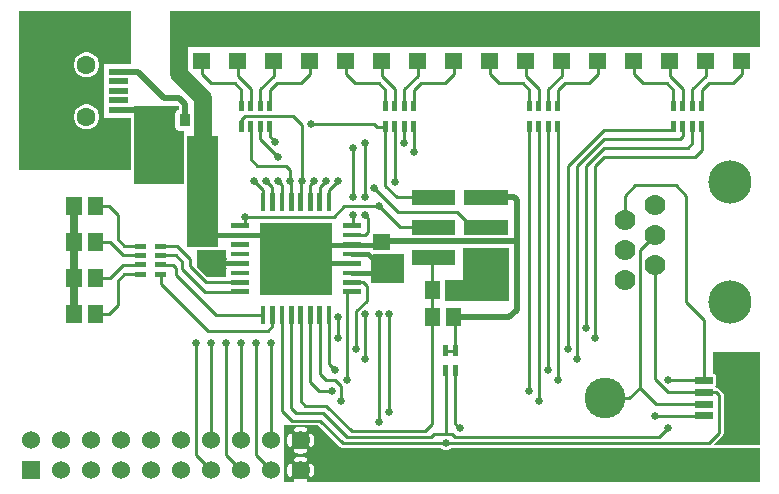
<source format=gbr>
G04 start of page 2 for group 0 idx 0 *
G04 Title: (unknown), top *
G04 Creator: pcb 20140316 *
G04 CreationDate: Thu 05 Mar 2020 03:13:11 AM GMT UTC *
G04 For: railfan *
G04 Format: Gerber/RS-274X *
G04 PCB-Dimensions (mil): 2500.00 1600.00 *
G04 PCB-Coordinate-Origin: lower left *
%MOIN*%
%FSLAX25Y25*%
%LNTOP*%
%ADD37C,0.0960*%
%ADD36C,0.1280*%
%ADD35C,0.0300*%
%ADD34C,0.0433*%
%ADD33C,0.0380*%
%ADD32C,0.0120*%
%ADD31C,0.0260*%
%ADD30R,0.0500X0.0500*%
%ADD29R,0.0472X0.0472*%
%ADD28R,0.0236X0.0236*%
%ADD27R,0.0167X0.0167*%
%ADD26R,0.0157X0.0157*%
%ADD25R,0.0630X0.0630*%
%ADD24R,0.0177X0.0177*%
%ADD23R,0.0197X0.0197*%
%ADD22R,0.0340X0.0340*%
%ADD21R,0.0512X0.0512*%
%ADD20C,0.1360*%
%ADD19C,0.1440*%
%ADD18C,0.0700*%
%ADD17C,0.0633*%
%ADD16C,0.0150*%
%ADD15C,0.0250*%
%ADD14C,0.0600*%
%ADD13C,0.0200*%
%ADD12C,0.0100*%
%ADD11C,0.0001*%
G54D11*G36*
X119675Y77500D02*X130000D01*
Y68000D01*
X119000D01*
Y76192D01*
X119166Y76334D01*
X119345Y76543D01*
X119489Y76778D01*
X119595Y77033D01*
X119659Y77300D01*
X119675Y77500D01*
G37*
G36*
X248500Y45000D02*Y14000D01*
X233121D01*
X236019Y16898D01*
X236064Y16936D01*
X236217Y17115D01*
X236217Y17116D01*
X236341Y17317D01*
X236431Y17535D01*
X236486Y17765D01*
X236505Y18000D01*
X236500Y18059D01*
Y30441D01*
X236505Y30500D01*
X236486Y30735D01*
X236486Y30735D01*
X236431Y30965D01*
X236341Y31183D01*
X236217Y31384D01*
X236064Y31564D01*
X236019Y31602D01*
X235134Y32488D01*
X235095Y32532D01*
X234916Y32686D01*
X234715Y32809D01*
X234496Y32899D01*
X234267Y32955D01*
X234032Y32973D01*
X234000Y32971D01*
X233945Y33105D01*
X233863Y33239D01*
X233760Y33359D01*
X233669Y33437D01*
X233760Y33515D01*
X233863Y33635D01*
X233945Y33769D01*
X234005Y33915D01*
X234042Y34068D01*
X234051Y34225D01*
X234042Y36743D01*
X234005Y36896D01*
X233945Y37042D01*
X233863Y37176D01*
X233760Y37296D01*
X233641Y37398D01*
X233506Y37480D01*
X233361Y37541D01*
X233208Y37577D01*
X233051Y37587D01*
X233000Y37586D01*
Y45000D01*
X248500D01*
G37*
G36*
X165000Y62000D02*X143500D01*
Y69000D01*
X165000D01*
Y62000D01*
G37*
G36*
X1500Y158500D02*X39000D01*
Y141000D01*
X28267D01*
X28249Y141315D01*
X28096Y141953D01*
X27845Y142558D01*
X27502Y143117D01*
X27076Y143616D01*
X26578Y144042D01*
X26019Y144384D01*
X25413Y144635D01*
X24776Y144788D01*
X24122Y144840D01*
X23468Y144788D01*
X22831Y144635D01*
X22225Y144384D01*
X21666Y144042D01*
X21168Y143616D01*
X20742Y143117D01*
X20399Y142558D01*
X20148Y141953D01*
X19995Y141315D01*
X19970Y141000D01*
X1500D01*
Y158500D01*
G37*
G36*
Y105500D02*Y123000D01*
X19970D01*
X19995Y122685D01*
X20148Y122047D01*
X20399Y121442D01*
X20742Y120883D01*
X21168Y120384D01*
X21666Y119958D01*
X22225Y119616D01*
X22831Y119365D01*
X23468Y119212D01*
X24122Y119160D01*
X24776Y119212D01*
X25413Y119365D01*
X26019Y119616D01*
X26578Y119958D01*
X27076Y120384D01*
X27502Y120883D01*
X27845Y121442D01*
X28096Y122047D01*
X28249Y122685D01*
X28267Y123000D01*
X39000D01*
Y105500D01*
X1500D01*
G37*
G36*
X24116Y158500D02*X30000D01*
Y105500D01*
X24116D01*
Y119161D01*
X24122Y119160D01*
X24776Y119212D01*
X25413Y119365D01*
X26019Y119616D01*
X26578Y119958D01*
X27076Y120384D01*
X27502Y120883D01*
X27845Y121442D01*
X28096Y122047D01*
X28249Y122685D01*
X28287Y123339D01*
X28249Y123992D01*
X28096Y124630D01*
X27845Y125235D01*
X27502Y125794D01*
X27076Y126293D01*
X26578Y126719D01*
X26019Y127061D01*
X25413Y127312D01*
X24776Y127465D01*
X24122Y127517D01*
X24116Y127516D01*
Y136484D01*
X24122Y136483D01*
X24776Y136535D01*
X25413Y136688D01*
X26019Y136939D01*
X26578Y137281D01*
X27076Y137707D01*
X27502Y138206D01*
X27845Y138765D01*
X28096Y139370D01*
X28249Y140008D01*
X28287Y140661D01*
X28249Y141315D01*
X28096Y141953D01*
X27845Y142558D01*
X27502Y143117D01*
X27076Y143616D01*
X26578Y144042D01*
X26019Y144384D01*
X25413Y144635D01*
X24776Y144788D01*
X24122Y144840D01*
X24116Y144839D01*
Y158500D01*
G37*
G36*
X1500D02*X24116D01*
Y144839D01*
X23468Y144788D01*
X22831Y144635D01*
X22225Y144384D01*
X21666Y144042D01*
X21168Y143616D01*
X20742Y143117D01*
X20399Y142558D01*
X20148Y141953D01*
X19995Y141315D01*
X19944Y140661D01*
X19995Y140008D01*
X20148Y139370D01*
X20399Y138765D01*
X20742Y138206D01*
X21168Y137707D01*
X21666Y137281D01*
X22225Y136939D01*
X22831Y136688D01*
X23468Y136535D01*
X24116Y136484D01*
Y127516D01*
X23468Y127465D01*
X22831Y127312D01*
X22225Y127061D01*
X21666Y126719D01*
X21168Y126293D01*
X20742Y125794D01*
X20399Y125235D01*
X20148Y124630D01*
X19995Y123992D01*
X19944Y123339D01*
X19995Y122685D01*
X20148Y122047D01*
X20399Y121442D01*
X20742Y120883D01*
X21168Y120384D01*
X21666Y119958D01*
X22225Y119616D01*
X22831Y119365D01*
X23468Y119212D01*
X24116Y119161D01*
Y105500D01*
X1500D01*
Y158500D01*
G37*
G36*
X52000D02*X248500D01*
Y146500D01*
X52000D01*
Y158500D01*
G37*
G36*
X149500Y79500D02*X165000D01*
Y62000D01*
X149500D01*
Y79500D01*
G37*
G36*
X99113Y20500D02*X101379D01*
X108398Y13481D01*
X108436Y13436D01*
X108615Y13283D01*
X108616Y13283D01*
X108817Y13159D01*
X109035Y13069D01*
X109265Y13014D01*
X109500Y12995D01*
X109559Y13000D01*
X113500D01*
Y1500D01*
X99113D01*
Y3353D01*
X99156Y3360D01*
X99268Y3397D01*
X99373Y3452D01*
X99468Y3522D01*
X99551Y3606D01*
X99619Y3702D01*
X99670Y3808D01*
X99818Y4216D01*
X99922Y4637D01*
X99984Y5067D01*
X100005Y5500D01*
X99984Y5933D01*
X99922Y6363D01*
X99818Y6784D01*
X99675Y7194D01*
X99622Y7300D01*
X99553Y7396D01*
X99470Y7481D01*
X99375Y7551D01*
X99269Y7606D01*
X99157Y7643D01*
X99113Y7651D01*
Y13353D01*
X99156Y13360D01*
X99268Y13397D01*
X99373Y13452D01*
X99468Y13522D01*
X99551Y13606D01*
X99619Y13702D01*
X99670Y13808D01*
X99818Y14216D01*
X99922Y14637D01*
X99984Y15067D01*
X100005Y15500D01*
X99984Y15933D01*
X99922Y16363D01*
X99818Y16784D01*
X99675Y17194D01*
X99622Y17300D01*
X99553Y17396D01*
X99470Y17481D01*
X99375Y17551D01*
X99269Y17606D01*
X99157Y17643D01*
X99113Y17651D01*
Y20500D01*
G37*
G36*
X95498D02*X99113D01*
Y17651D01*
X99040Y17663D01*
X98921Y17664D01*
X98804Y17646D01*
X98691Y17610D01*
X98585Y17557D01*
X98488Y17488D01*
X98404Y17405D01*
X98333Y17309D01*
X98279Y17204D01*
X98241Y17092D01*
X98222Y16975D01*
X98221Y16856D01*
X98239Y16739D01*
X98277Y16626D01*
X98376Y16355D01*
X98444Y16075D01*
X98486Y15789D01*
X98500Y15500D01*
X98486Y15211D01*
X98444Y14925D01*
X98376Y14645D01*
X98280Y14372D01*
X98242Y14261D01*
X98225Y14144D01*
X98225Y14026D01*
X98245Y13909D01*
X98282Y13797D01*
X98336Y13693D01*
X98406Y13598D01*
X98491Y13515D01*
X98587Y13446D01*
X98692Y13393D01*
X98805Y13357D01*
X98921Y13340D01*
X99039Y13341D01*
X99113Y13353D01*
Y7651D01*
X99040Y7663D01*
X98921Y7664D01*
X98804Y7646D01*
X98691Y7610D01*
X98585Y7557D01*
X98488Y7488D01*
X98404Y7405D01*
X98333Y7309D01*
X98279Y7204D01*
X98241Y7092D01*
X98222Y6975D01*
X98221Y6856D01*
X98239Y6739D01*
X98277Y6626D01*
X98376Y6355D01*
X98444Y6075D01*
X98486Y5789D01*
X98500Y5500D01*
X98486Y5211D01*
X98444Y4925D01*
X98376Y4645D01*
X98280Y4372D01*
X98242Y4261D01*
X98225Y4144D01*
X98225Y4026D01*
X98245Y3909D01*
X98282Y3797D01*
X98336Y3693D01*
X98406Y3598D01*
X98491Y3515D01*
X98587Y3446D01*
X98692Y3393D01*
X98805Y3357D01*
X98921Y3340D01*
X99039Y3341D01*
X99113Y3353D01*
Y1500D01*
X97450D01*
X97481Y1530D01*
X97551Y1625D01*
X97606Y1731D01*
X97643Y1843D01*
X97663Y1960D01*
X97664Y2079D01*
X97646Y2196D01*
X97610Y2309D01*
X97557Y2415D01*
X97488Y2512D01*
X97405Y2596D01*
X97309Y2667D01*
X97204Y2721D01*
X97092Y2759D01*
X96975Y2778D01*
X96856Y2779D01*
X96739Y2761D01*
X96626Y2723D01*
X96355Y2624D01*
X96075Y2556D01*
X95789Y2514D01*
X95500Y2500D01*
X95498Y2500D01*
Y8500D01*
X95500Y8500D01*
X95789Y8486D01*
X96075Y8444D01*
X96355Y8376D01*
X96628Y8280D01*
X96739Y8242D01*
X96856Y8225D01*
X96974Y8225D01*
X97091Y8245D01*
X97203Y8282D01*
X97307Y8336D01*
X97402Y8406D01*
X97485Y8491D01*
X97554Y8587D01*
X97607Y8692D01*
X97643Y8805D01*
X97660Y8921D01*
X97659Y9039D01*
X97640Y9156D01*
X97603Y9268D01*
X97548Y9373D01*
X97478Y9468D01*
X97394Y9551D01*
X97298Y9619D01*
X97192Y9670D01*
X96784Y9818D01*
X96363Y9922D01*
X95933Y9984D01*
X95500Y10005D01*
X95498Y10005D01*
Y10995D01*
X95500Y10995D01*
X95933Y11016D01*
X96363Y11078D01*
X96784Y11182D01*
X97194Y11325D01*
X97300Y11378D01*
X97396Y11447D01*
X97481Y11530D01*
X97551Y11625D01*
X97606Y11731D01*
X97643Y11843D01*
X97663Y11960D01*
X97664Y12079D01*
X97646Y12196D01*
X97610Y12309D01*
X97557Y12415D01*
X97488Y12512D01*
X97405Y12596D01*
X97309Y12667D01*
X97204Y12721D01*
X97092Y12759D01*
X96975Y12778D01*
X96856Y12779D01*
X96739Y12761D01*
X96626Y12723D01*
X96355Y12624D01*
X96075Y12556D01*
X95789Y12514D01*
X95500Y12500D01*
X95498Y12500D01*
Y18500D01*
X95500Y18500D01*
X95789Y18486D01*
X96075Y18444D01*
X96355Y18376D01*
X96628Y18280D01*
X96739Y18242D01*
X96856Y18225D01*
X96974Y18225D01*
X97091Y18245D01*
X97203Y18282D01*
X97307Y18336D01*
X97402Y18406D01*
X97485Y18491D01*
X97554Y18587D01*
X97607Y18692D01*
X97643Y18805D01*
X97660Y18921D01*
X97659Y19039D01*
X97640Y19156D01*
X97603Y19268D01*
X97548Y19373D01*
X97478Y19468D01*
X97394Y19551D01*
X97298Y19619D01*
X97192Y19670D01*
X96784Y19818D01*
X96363Y19922D01*
X95933Y19984D01*
X95500Y20005D01*
X95498Y20005D01*
Y20500D01*
G37*
G36*
X91887D02*X92441D01*
X92500Y20495D01*
X92559Y20500D01*
X95498D01*
Y20005D01*
X95067Y19984D01*
X94637Y19922D01*
X94216Y19818D01*
X93806Y19675D01*
X93700Y19622D01*
X93604Y19553D01*
X93519Y19470D01*
X93449Y19375D01*
X93394Y19269D01*
X93357Y19157D01*
X93337Y19040D01*
X93336Y18921D01*
X93354Y18804D01*
X93390Y18691D01*
X93443Y18585D01*
X93512Y18488D01*
X93595Y18404D01*
X93691Y18333D01*
X93796Y18279D01*
X93908Y18241D01*
X94025Y18222D01*
X94144Y18221D01*
X94261Y18239D01*
X94374Y18277D01*
X94645Y18376D01*
X94925Y18444D01*
X95211Y18486D01*
X95498Y18500D01*
Y12500D01*
X95211Y12514D01*
X94925Y12556D01*
X94645Y12624D01*
X94372Y12720D01*
X94261Y12758D01*
X94144Y12775D01*
X94026Y12775D01*
X93909Y12755D01*
X93797Y12718D01*
X93693Y12664D01*
X93598Y12594D01*
X93515Y12509D01*
X93446Y12413D01*
X93393Y12308D01*
X93357Y12195D01*
X93340Y12079D01*
X93341Y11961D01*
X93360Y11844D01*
X93397Y11732D01*
X93452Y11627D01*
X93522Y11532D01*
X93606Y11449D01*
X93702Y11381D01*
X93808Y11330D01*
X94216Y11182D01*
X94637Y11078D01*
X95067Y11016D01*
X95498Y10995D01*
Y10005D01*
X95067Y9984D01*
X94637Y9922D01*
X94216Y9818D01*
X93806Y9675D01*
X93700Y9622D01*
X93604Y9553D01*
X93519Y9470D01*
X93449Y9375D01*
X93394Y9269D01*
X93357Y9157D01*
X93337Y9040D01*
X93336Y8921D01*
X93354Y8804D01*
X93390Y8691D01*
X93443Y8585D01*
X93512Y8488D01*
X93595Y8404D01*
X93691Y8333D01*
X93796Y8279D01*
X93908Y8241D01*
X94025Y8222D01*
X94144Y8221D01*
X94261Y8239D01*
X94374Y8277D01*
X94645Y8376D01*
X94925Y8444D01*
X95211Y8486D01*
X95498Y8500D01*
Y2500D01*
X95211Y2514D01*
X94925Y2556D01*
X94645Y2624D01*
X94372Y2720D01*
X94261Y2758D01*
X94144Y2775D01*
X94026Y2775D01*
X93909Y2755D01*
X93797Y2718D01*
X93693Y2664D01*
X93598Y2594D01*
X93515Y2509D01*
X93446Y2413D01*
X93393Y2308D01*
X93357Y2195D01*
X93340Y2079D01*
X93341Y1961D01*
X93360Y1844D01*
X93397Y1732D01*
X93452Y1627D01*
X93522Y1532D01*
X93555Y1500D01*
X91887D01*
Y3349D01*
X91960Y3337D01*
X92079Y3336D01*
X92196Y3354D01*
X92309Y3390D01*
X92415Y3443D01*
X92512Y3512D01*
X92596Y3595D01*
X92667Y3691D01*
X92721Y3796D01*
X92759Y3908D01*
X92778Y4025D01*
X92779Y4144D01*
X92761Y4261D01*
X92723Y4374D01*
X92624Y4645D01*
X92556Y4925D01*
X92514Y5211D01*
X92500Y5500D01*
X92514Y5789D01*
X92556Y6075D01*
X92624Y6355D01*
X92720Y6628D01*
X92758Y6739D01*
X92775Y6856D01*
X92775Y6974D01*
X92755Y7091D01*
X92718Y7203D01*
X92664Y7307D01*
X92594Y7402D01*
X92509Y7485D01*
X92413Y7554D01*
X92308Y7607D01*
X92195Y7643D01*
X92079Y7660D01*
X91961Y7659D01*
X91887Y7647D01*
Y13349D01*
X91960Y13337D01*
X92079Y13336D01*
X92196Y13354D01*
X92309Y13390D01*
X92415Y13443D01*
X92512Y13512D01*
X92596Y13595D01*
X92667Y13691D01*
X92721Y13796D01*
X92759Y13908D01*
X92778Y14025D01*
X92779Y14144D01*
X92761Y14261D01*
X92723Y14374D01*
X92624Y14645D01*
X92556Y14925D01*
X92514Y15211D01*
X92500Y15500D01*
X92514Y15789D01*
X92556Y16075D01*
X92624Y16355D01*
X92720Y16628D01*
X92758Y16739D01*
X92775Y16856D01*
X92775Y16974D01*
X92755Y17091D01*
X92718Y17203D01*
X92664Y17307D01*
X92594Y17402D01*
X92509Y17485D01*
X92413Y17554D01*
X92308Y17607D01*
X92195Y17643D01*
X92079Y17660D01*
X91961Y17659D01*
X91887Y17647D01*
Y20500D01*
G37*
G36*
X90000D02*X91887D01*
Y17647D01*
X91844Y17640D01*
X91732Y17603D01*
X91627Y17548D01*
X91532Y17478D01*
X91449Y17394D01*
X91381Y17298D01*
X91330Y17192D01*
X91182Y16784D01*
X91078Y16363D01*
X91016Y15933D01*
X90995Y15500D01*
X91016Y15067D01*
X91078Y14637D01*
X91182Y14216D01*
X91325Y13806D01*
X91378Y13700D01*
X91447Y13604D01*
X91530Y13519D01*
X91625Y13449D01*
X91731Y13394D01*
X91843Y13357D01*
X91887Y13349D01*
Y7647D01*
X91844Y7640D01*
X91732Y7603D01*
X91627Y7548D01*
X91532Y7478D01*
X91449Y7394D01*
X91381Y7298D01*
X91330Y7192D01*
X91182Y6784D01*
X91078Y6363D01*
X91016Y5933D01*
X90995Y5500D01*
X91016Y5067D01*
X91078Y4637D01*
X91182Y4216D01*
X91325Y3806D01*
X91378Y3700D01*
X91447Y3604D01*
X91530Y3519D01*
X91625Y3449D01*
X91731Y3394D01*
X91843Y3357D01*
X91887Y3349D01*
Y1500D01*
X90000D01*
Y20500D01*
G37*
G36*
X111000Y13000D02*X142256D01*
X142369Y12869D01*
X142644Y12634D01*
X142953Y12444D01*
X143287Y12306D01*
X143639Y12221D01*
X144000Y12193D01*
X144361Y12221D01*
X144713Y12306D01*
X145047Y12444D01*
X145356Y12634D01*
X145631Y12869D01*
X145744Y13000D01*
X231441D01*
X231500Y12995D01*
X231559Y13000D01*
X248500D01*
Y1500D01*
X111000D01*
Y13000D01*
G37*
G36*
X40000Y127000D02*X54672D01*
X54900Y126772D01*
Y125671D01*
X54735Y125631D01*
X54517Y125541D01*
X54316Y125417D01*
X54136Y125264D01*
X53983Y125084D01*
X53859Y124883D01*
X53769Y124665D01*
X53714Y124435D01*
X53700Y124200D01*
X53714Y119965D01*
X53769Y119735D01*
X53859Y119517D01*
X53983Y119316D01*
X54136Y119136D01*
X54316Y118983D01*
X54517Y118859D01*
X54735Y118769D01*
X54965Y118714D01*
X55200Y118700D01*
X56500Y118705D01*
Y101000D01*
X40000D01*
Y127000D01*
G37*
G36*
X82000Y88000D02*X106000D01*
Y64000D01*
X82000D01*
Y88000D01*
G37*
G36*
X57500Y117000D02*X68000D01*
Y80000D01*
X57500D01*
Y117000D01*
G37*
G36*
X61000Y79000D02*X70862D01*
X70790Y78827D01*
X70735Y78597D01*
X70721Y78362D01*
X70735Y76553D01*
X70790Y76323D01*
X70880Y76105D01*
X70945Y76000D01*
X70880Y75895D01*
X70790Y75677D01*
X70735Y75447D01*
X70721Y75212D01*
X70735Y73403D01*
X70790Y73173D01*
X70880Y72955D01*
X70945Y72850D01*
X70880Y72745D01*
X70790Y72527D01*
X70735Y72297D01*
X70721Y72062D01*
X70735Y70253D01*
X70790Y70023D01*
X70800Y70000D01*
X64121D01*
X61000Y73121D01*
Y79000D01*
G37*
G54D12*X75776Y126848D02*Y132224D01*
X78925Y126848D02*Y132575D01*
X85224Y132224D02*Y126848D01*
X82075Y132575D02*Y126848D01*
X75776Y132224D02*X73500Y134500D01*
X65500D01*
X62500Y137500D01*
Y141957D01*
X78925Y132575D02*X74500Y137000D01*
Y141957D01*
X85224Y132224D02*X87500Y134500D01*
X95500D01*
X98500Y137500D01*
Y141957D02*Y137500D01*
X86500Y141957D02*Y137000D01*
X82075Y132575D02*X86500Y137000D01*
G54D13*X34850Y138299D02*X41201D01*
X50000Y129500D01*
X55000D01*
X56900Y127600D01*
G54D14*X63000Y129500D02*X55000Y137500D01*
G54D12*X123776Y126848D02*Y132224D01*
X126925Y126848D02*Y132575D01*
X133224Y132224D02*Y126848D01*
X130075Y132575D02*Y126848D01*
X123776Y132224D02*X121500Y134500D01*
X113500D01*
X110500Y137500D01*
Y141957D01*
X126925Y132575D02*X122500Y137000D01*
Y141957D01*
X133224Y132224D02*X135500Y134500D01*
X143500D01*
X146500Y137500D01*
Y141957D02*Y137500D01*
X134500Y141957D02*Y137000D01*
X130075Y132575D02*X134500Y137000D01*
X171776Y126848D02*Y132224D01*
X174925Y126848D02*Y132575D01*
X181224Y132224D02*Y126848D01*
X178075Y132575D02*Y126848D01*
X171776Y132224D02*X169500Y134500D01*
X161500D01*
X158500Y137500D01*
Y141957D01*
X174925Y132575D02*X170500Y137000D01*
Y141957D01*
X181224Y132224D02*X183500Y134500D01*
X191500D01*
X194500Y137500D01*
Y141957D02*Y137500D01*
X182500Y141957D02*Y137000D01*
X178075Y132575D02*X182500Y137000D01*
X219776Y126848D02*Y132224D01*
X222925Y126848D02*Y132575D01*
X229224Y132224D02*Y126848D01*
X226075Y132575D02*Y126848D01*
X219776Y132224D02*X217500Y134500D01*
X209500D01*
X206500Y137500D01*
Y141957D01*
X222925Y132575D02*X218500Y137000D01*
Y141957D01*
X229224Y132224D02*X231500Y134500D01*
X239500D01*
X242500Y137500D01*
Y141957D02*Y137500D01*
X230500Y141957D02*Y137000D01*
X226075Y132575D02*X230500Y137000D01*
X36776Y70776D02*X34500Y68500D01*
Y60500D01*
X27043Y57500D02*X31500D01*
X36425Y73925D02*X32000Y69500D01*
X27043D02*X32000D01*
G54D15*X19957Y93500D02*Y57500D01*
G54D12*X36776Y70776D02*X42152D01*
X34500Y60500D02*X31500Y57500D01*
X36425Y73925D02*X42152D01*
X36776Y80224D02*X42152D01*
X36425Y77075D02*X42152D01*
X36776Y80224D02*X34500Y82500D01*
X36425Y77075D02*X32000Y81500D01*
X27043D02*X32000D01*
X34500Y90500D02*Y82500D01*
G54D13*X34850Y125701D02*X44500D01*
G54D12*X34500Y90500D02*X31500Y93500D01*
X27043D02*X31500D01*
G54D16*X75221Y83874D02*X64500D01*
G54D12*X48848Y80224D02*X54276D01*
X48848Y77075D02*X53925D01*
X48848Y73925D02*X53075D01*
X54000Y73000D01*
X48848Y70776D02*Y67652D01*
X54276Y80224D02*X58500Y76000D01*
X53925Y77075D02*X56000Y75000D01*
Y72500D01*
X54000Y73000D02*Y70500D01*
X58500Y76000D02*Y73500D01*
G54D16*X75221Y74425D02*X64500D01*
G54D12*X77000Y90000D02*Y87000D01*
X82976Y94779D02*Y99024D01*
X86126Y94779D02*Y99874D01*
X84000Y102000D01*
X82976Y99024D02*X80000Y102000D01*
X89275Y94779D02*Y100725D01*
X88000Y102000D01*
X92425Y94779D02*Y101575D01*
X92000Y102000D01*
X95575Y94779D02*Y101575D01*
X77000Y90000D02*X106500D01*
X110000Y93500D01*
X95575Y101575D02*X96000Y102000D01*
Y120500D01*
X93000Y123500D01*
X92000Y105500D02*Y102000D01*
X90500Y107000D02*X92000Y105500D01*
X93000Y123500D02*X77000D01*
X75776Y122276D01*
Y120152D01*
X85224D02*Y116776D01*
X78925Y120152D02*Y109075D01*
X85224Y116776D02*X87000Y115000D01*
X78925Y109075D02*X81000Y107000D01*
X82075Y120152D02*Y115925D01*
X88000Y110000D01*
X81000Y107000D02*X90500D01*
G54D13*X56900Y127600D02*Y122200D01*
G54D14*X55000Y137500D02*Y155500D01*
X63000Y111000D02*Y129500D01*
G54D16*X117925Y77575D02*X120500Y75000D01*
X75221Y83874D02*X88000D01*
X122500Y80725D02*X100000D01*
X112779Y74425D02*X100000D01*
X117925Y77575D02*X112779D01*
G54D12*Y83874D02*X116874D01*
X118000Y85000D01*
Y89500D01*
X117000Y90500D01*
X113000D02*Y87000D01*
X58500Y73500D02*X63874Y68126D01*
X75221D01*
X56000Y72500D02*X63524Y64976D01*
X75221D01*
X54000Y70500D02*X67279Y57221D01*
X48848Y67652D02*X64500Y52000D01*
X67279Y57221D02*X82977D01*
X64500Y52000D02*X84500D01*
X86126Y53626D01*
Y57221D01*
X85500Y5500D02*X80500Y10500D01*
X75500Y5500D02*X70500Y10500D01*
X65500Y5500D02*X60500Y10500D01*
X80500D02*Y48000D01*
X75500Y15500D02*Y48000D01*
X70500Y10500D02*Y48000D01*
X65500Y15500D02*Y48000D01*
X60500Y10500D02*Y48000D01*
X85500Y15500D02*Y48000D01*
X89276Y57221D02*Y25224D01*
X92425Y57221D02*Y26075D01*
X95575Y57221D02*Y28425D01*
X97000Y27000D01*
X98725Y57221D02*Y34775D01*
X101500Y32000D01*
X89276Y25224D02*X92500Y22000D01*
X102000D01*
X92425Y26075D02*X94000Y24500D01*
X103000D01*
X111000Y16500D01*
X102000Y22000D02*X109500Y14500D01*
X104000Y27000D02*X112500Y18500D01*
X97000Y27000D02*X104000D01*
X101500Y32000D02*X106000D01*
X109000Y28500D02*Y33500D01*
X107000Y35500D01*
X104000D01*
X101874Y37626D02*X104000Y35500D01*
X105024Y40976D02*X107000Y39000D01*
X101874Y57221D02*Y37626D01*
X105024Y57221D02*Y40976D01*
X108000Y49500D02*Y56500D01*
X111000Y35500D02*Y64977D01*
X114000Y46000D02*Y58500D01*
X117000Y42500D02*Y57500D01*
X114000Y58500D02*X117500Y62000D01*
X112779Y68126D02*X116374D01*
X117500Y67000D01*
Y62000D02*Y67000D01*
G54D16*X112779Y71276D02*X122000D01*
G54D12*X121500Y57500D02*Y21500D01*
X125000Y57500D02*Y25000D01*
X98724Y94779D02*Y100724D01*
X100000Y102000D01*
X101874Y94779D02*Y99874D01*
X104000Y102000D01*
X105023Y94779D02*Y99023D01*
X108000Y102000D01*
X99000Y121000D02*X120000D01*
X113000Y96500D02*Y113000D01*
X117000Y96500D02*Y114500D01*
X120000Y121000D02*X121000Y120000D01*
X123776D01*
Y120152D02*Y100224D01*
X130075Y120152D02*Y114500D01*
X133224Y120152D02*Y111500D01*
X126925Y120152D02*Y101500D01*
X230000Y55500D02*X224000Y61500D01*
X230000Y35406D02*Y55500D01*
X213500Y36000D02*Y74000D01*
X208500Y33000D02*Y79000D01*
X230000Y35406D02*X218000D01*
X218031Y31469D02*X213500Y36000D01*
X109500Y14500D02*X231500D01*
X147000Y16500D02*X215000D01*
X213969Y27531D02*X208500Y33000D01*
X230000Y27531D02*X213969D01*
X197000Y29500D02*X205000D01*
X208500Y33000D01*
X230000Y23594D02*X213500D01*
X231500Y14500D02*X235000Y18000D01*
X218031Y31469D02*X234031D01*
X235000Y18000D02*Y30500D01*
X234031Y31469D02*X235000Y30500D01*
X215000Y16500D02*X218000Y19500D01*
X112500Y18500D02*X137000D01*
X139000Y16500D02*X111000D01*
X146000Y17500D02*X140000D01*
X146000D02*X147000Y16500D01*
X137000Y18500D02*X139457Y20957D01*
X140000Y17500D02*X139000Y16500D01*
X143925Y38652D02*Y17500D01*
X147075Y38652D02*Y20925D01*
X148500Y19500D01*
X123776Y100224D02*X127500Y96500D01*
X139760D01*
G54D13*X157240D02*X166500D01*
X167500Y95500D01*
G54D12*X120000Y99500D02*X128000Y91500D01*
X147500D01*
X110000Y93500D02*X121500D01*
G54D13*X167500Y82000D02*X122500D01*
G54D12*X121500Y93500D02*X128500Y86500D01*
X139760D01*
X147500Y91500D02*X152500Y86500D01*
X139457Y76500D02*Y20957D01*
X143925Y45348D02*X147075D01*
Y56500D01*
G54D13*X167500Y59000D02*X165000Y56500D01*
X146543D01*
X167500Y95500D02*Y59000D01*
G54D12*X171776Y120152D02*Y32000D01*
X174925Y120152D02*Y28500D01*
X178075Y120152D02*Y39000D01*
X181224Y120152D02*Y35500D01*
X224000Y61500D02*Y97000D01*
X220500Y100500D01*
X207000D01*
X203500Y97000D01*
Y89000D01*
X208500Y79000D02*X213500Y84000D01*
X229224Y120152D02*Y112224D01*
X227000Y110000D01*
X226075Y120152D02*Y114575D01*
X224500Y113000D01*
X222925Y120152D02*Y116925D01*
X222000Y116000D01*
X227000Y110000D02*X196500D01*
X193500Y107000D01*
X196500Y113000D02*X190500Y107000D01*
X196500Y116000D02*X187500Y107000D01*
X196500Y119000D02*X184500Y107000D01*
X193500D02*Y49500D01*
X190500Y107000D02*Y53000D01*
X187500Y107000D02*Y42500D01*
X184500Y107000D02*Y46000D01*
X224500Y113000D02*X196500D01*
X222000Y116000D02*X196500D01*
X219776Y119000D02*X196500D01*
G54D11*G36*
X2500Y8500D02*Y2500D01*
X8500D01*
Y8500D01*
X2500D01*
G37*
G54D14*X15500Y5500D03*
X25500D03*
X5500Y15500D03*
X15500D03*
X25500D03*
G54D17*X24122Y140661D03*
Y123339D03*
G54D14*X35500Y5500D03*
X45500D03*
X55500D03*
X65500D03*
X75500D03*
X85500D03*
Y15500D03*
X95500Y5500D03*
Y15500D03*
X35500D03*
X45500D03*
X55500D03*
X65500D03*
X75500D03*
G54D18*X203500Y69000D03*
X213500Y74000D03*
X203500Y79000D03*
X213500Y84000D03*
X203500Y89000D03*
X213500Y94000D03*
G54D19*X238500Y61500D03*
Y101500D03*
G54D20*X197000Y29500D03*
G54D21*X60586Y104893D02*Y104107D01*
G54D22*X60800Y114300D02*Y113700D01*
G54D21*X62107Y149043D02*X62893D01*
X62107Y141957D02*X62893D01*
X53500Y104893D02*Y104107D01*
G54D22*X53000Y114300D02*Y113700D01*
X56900Y122500D02*Y121900D01*
G54D23*X32587Y138299D02*X36917D01*
G54D24*X33768D02*X35933D01*
G54D25*X11524Y149126D02*X13098D01*
X33177D02*X34752D01*
G54D23*X32587Y135150D02*X36917D01*
G54D24*X33768D02*X35933D01*
G54D23*X32587Y132000D02*X36917D01*
G54D24*X33768D02*X35933D01*
G54D23*X32587Y128850D02*X36917D01*
G54D24*X33768D02*X35933D01*
G54D23*X32587Y125701D02*X36917D01*
G54D24*X33768D02*X35933D01*
G54D25*X11524Y114874D02*X13098D01*
X33177D02*X34752D01*
G54D26*X73008Y87023D02*X77434D01*
X73008Y83874D02*X77434D01*
X73008Y80724D02*X77434D01*
X73008Y77575D02*X77434D01*
X73008Y74425D02*X77434D01*
X73008Y71275D02*X77434D01*
X73008Y68126D02*X77434D01*
X73008Y64976D02*X77434D01*
G54D21*X64107Y83043D02*X64893D01*
X64107Y75957D02*X64893D01*
G54D26*X82977Y59434D02*Y55008D01*
X86126Y59434D02*Y55008D01*
X89276Y59434D02*Y55008D01*
X92425Y59434D02*Y55008D01*
X95575Y59434D02*Y55008D01*
X98725Y59434D02*Y55008D01*
X101874Y59434D02*Y55008D01*
X105024Y59434D02*Y55008D01*
G54D21*X19957Y57893D02*Y57107D01*
X27043Y57893D02*Y57107D01*
G54D27*X47913Y70776D02*X49783D01*
X47913Y73925D02*X49783D01*
X47913Y77075D02*X49783D01*
X47913Y80224D02*X49783D01*
X41217D02*X43087D01*
X41217Y77075D02*X43087D01*
X41217Y73925D02*X43087D01*
X41217Y70776D02*X43087D01*
G54D21*X19957Y69893D02*Y69107D01*
X27043Y69893D02*Y69107D01*
X19957Y81893D02*Y81107D01*
X27043Y81893D02*Y81107D01*
X19957Y93893D02*Y93107D01*
X27043Y93893D02*Y93107D01*
G54D28*X228130Y23594D02*X231870D01*
G54D29*X244075Y18476D02*X246437D01*
G54D28*X228130Y27531D02*X231870D01*
X228130Y31469D02*X231870D01*
X228130Y35406D02*X231870D01*
G54D29*X244075Y40524D02*X246437D01*
G54D30*X135016Y76500D02*X144504D01*
X152496D02*X161984D01*
G54D27*X143925Y46283D02*Y44413D01*
G54D21*X146543Y56893D02*Y56107D01*
G54D30*X135016Y96500D02*X144504D01*
X135016Y86500D02*X144504D01*
X152496D02*X161984D01*
X152496Y96500D02*X161984D01*
G54D27*X143925Y39587D02*Y37717D01*
X171776Y121087D02*Y119217D01*
Y127783D02*Y125913D01*
X174925Y121087D02*Y119217D01*
Y127783D02*Y125913D01*
X178075Y121087D02*Y119217D01*
X181224Y121087D02*Y119217D01*
Y127783D02*Y125913D01*
X178075Y127783D02*Y125913D01*
G54D26*X110566Y74425D02*X114992D01*
X110566Y77575D02*X114992D01*
X110566Y80725D02*X114992D01*
X110566Y83874D02*X114992D01*
X110566Y87024D02*X114992D01*
G54D21*X122107Y81543D02*X122893D01*
G54D27*X123776Y121087D02*Y119217D01*
X126925Y121087D02*Y119217D01*
X130075Y121087D02*Y119217D01*
X133224Y121087D02*Y119217D01*
Y127783D02*Y125913D01*
X130075Y127783D02*Y125913D01*
X126925Y127783D02*Y125913D01*
X123776Y127783D02*Y125913D01*
X147075Y39587D02*Y37717D01*
Y46283D02*Y44413D01*
G54D21*X139457Y65893D02*Y65107D01*
X146543Y65893D02*Y65107D01*
X139457Y56893D02*Y56107D01*
X122107Y74457D02*X122893D01*
G54D26*X110566Y64977D02*X114992D01*
X110566Y68126D02*X114992D01*
X110566Y71276D02*X114992D01*
X105023Y96992D02*Y92566D01*
X101874Y96992D02*Y92566D01*
X98724Y96992D02*Y92566D01*
X95575Y96992D02*Y92566D01*
X92425Y96992D02*Y92566D01*
X89275Y96992D02*Y92566D01*
X86126Y96992D02*Y92566D01*
X82976Y96992D02*Y92566D01*
G54D27*X75776Y121087D02*Y119217D01*
Y127783D02*Y125913D01*
G54D21*X74107Y149043D02*X74893D01*
X74107Y141957D02*X74893D01*
G54D27*X78925Y121087D02*Y119217D01*
X82075Y121087D02*Y119217D01*
X85224Y121087D02*Y119217D01*
Y127783D02*Y125913D01*
X82075Y127783D02*Y125913D01*
X78925Y127783D02*Y125913D01*
G54D21*X86107Y149043D02*X86893D01*
X86107Y141957D02*X86893D01*
X98107Y149043D02*X98893D01*
X110107D02*X110893D01*
X122107D02*X122893D01*
X98107Y141957D02*X98893D01*
X110107D02*X110893D01*
X122107D02*X122893D01*
X134107D02*X134893D01*
X146107D02*X146893D01*
X158107D02*X158893D01*
X134107Y149043D02*X134893D01*
X146107D02*X146893D01*
X158107D02*X158893D01*
X170107D02*X170893D01*
X170107Y141957D02*X170893D01*
X182107Y149043D02*X182893D01*
X194107D02*X194893D01*
X206107D02*X206893D01*
X218107D02*X218893D01*
X230107D02*X230893D01*
X242107D02*X242893D01*
X182107Y141957D02*X182893D01*
X194107D02*X194893D01*
X206107D02*X206893D01*
X218107D02*X218893D01*
X230107D02*X230893D01*
X242107D02*X242893D01*
G54D27*X219776Y121087D02*Y119217D01*
X222925Y121087D02*Y119217D01*
X226075Y121087D02*Y119217D01*
X229224Y121087D02*Y119217D01*
Y127783D02*Y125913D01*
X226075Y127783D02*Y125913D01*
X222925Y127783D02*Y125913D01*
X219776Y127783D02*Y125913D01*
G54D31*X106000Y32000D03*
X109000Y28500D03*
X107000Y39000D03*
X111000Y35500D03*
X114000Y46000D03*
X108000Y56500D03*
Y49500D03*
X117000Y42500D03*
X121500Y21500D03*
X125000Y25000D03*
X144000Y14500D03*
X117000Y57500D03*
X121500D03*
X125000D03*
X121000Y70000D03*
X124500D03*
X128000D03*
Y73500D03*
X162500Y71000D03*
Y67500D03*
Y64000D03*
X159000D03*
Y67500D03*
X113000Y90500D03*
Y96500D03*
Y113000D03*
X117000Y90500D03*
Y96500D03*
X120000Y99500D03*
X121500Y93500D03*
X117000Y114500D03*
X130075D03*
X133224Y111500D03*
X126925Y101500D03*
X148500Y19500D03*
X171776Y32000D03*
X174925Y28500D03*
X178075Y39000D03*
X181224Y35500D03*
X193500Y49500D03*
X190500Y53000D03*
X187500Y42500D03*
X184500Y46000D03*
X213500Y23594D03*
X218000Y35406D03*
Y19500D03*
X225000Y157000D03*
Y154000D03*
X236500Y157000D03*
Y154000D03*
X222000Y10500D03*
Y7000D03*
Y3500D03*
X225500Y10500D03*
Y7000D03*
Y3500D03*
X229000Y10500D03*
X232500D03*
X229000Y7000D03*
Y3500D03*
X232500Y7000D03*
Y3500D03*
X236000Y10500D03*
Y7000D03*
Y3500D03*
X239500Y10500D03*
X243000D03*
X239500Y7000D03*
Y3500D03*
X243000Y7000D03*
Y3500D03*
X246500Y10500D03*
Y7000D03*
Y3500D03*
X92000Y102000D03*
X96000D03*
X100000D03*
X104000D03*
X108000D03*
X88000D03*
X84000D03*
X87000Y115000D03*
X99000Y121000D03*
X88000Y110000D03*
X80000Y102000D03*
X77000Y90000D03*
X44000Y112000D03*
Y108000D03*
Y104000D03*
Y124000D03*
Y120000D03*
Y116000D03*
X48000Y124000D03*
Y120000D03*
Y116000D03*
Y112000D03*
Y108000D03*
Y104000D03*
X65500Y72000D03*
X69000D03*
X20000Y87500D03*
Y63500D03*
Y75500D03*
X85500Y48000D03*
X80500D03*
X70500D03*
X75500D03*
X60500D03*
X65500D03*
G54D32*G54D33*G54D34*G54D33*G54D35*G54D36*G54D37*M02*

</source>
